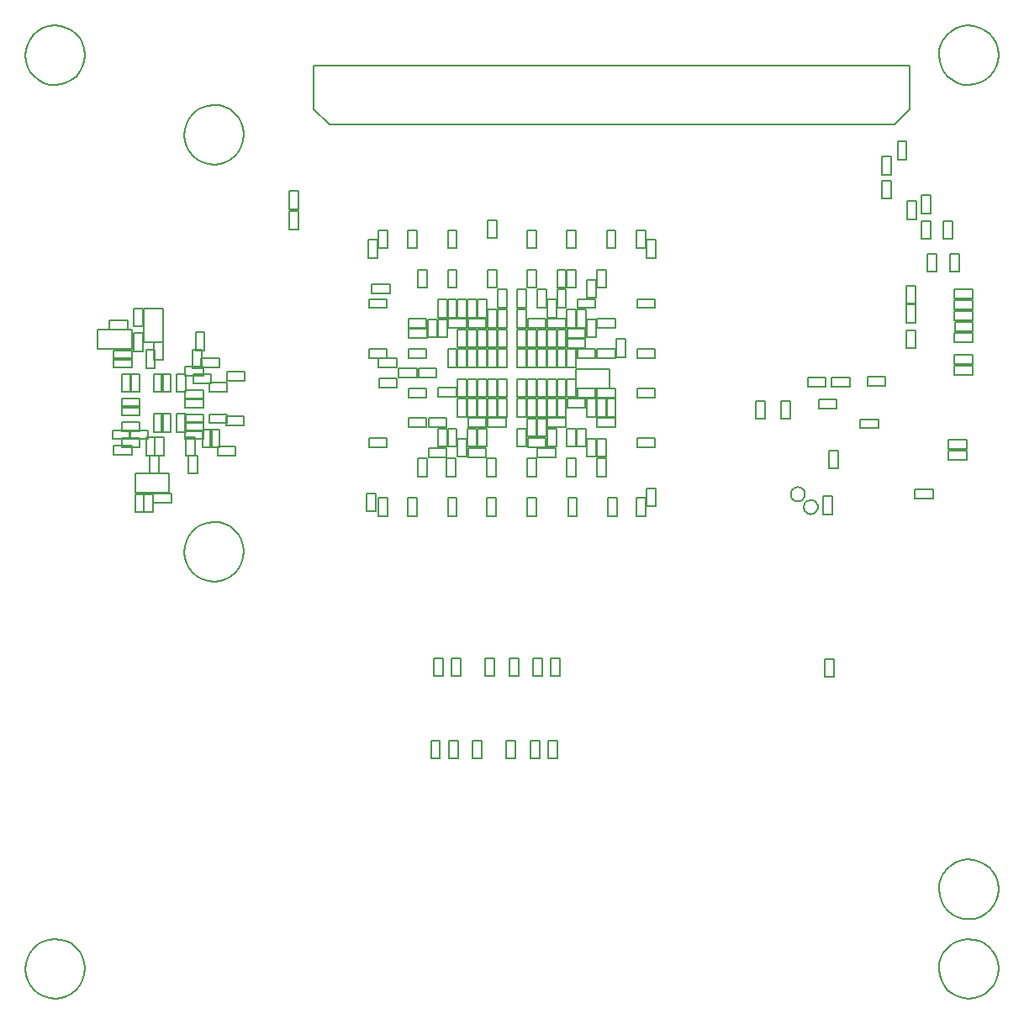
<source format=gbo>
G04 (created by PCBNEW-RS274X (2012-apr-16-27)-stable) date Mon 13 Jan 2014 03:13:16 PM PST*
G01*
G70*
G90*
%MOIN*%
G04 Gerber Fmt 3.4, Leading zero omitted, Abs format*
%FSLAX34Y34*%
G04 APERTURE LIST*
%ADD10C,0.006500*%
%ADD11C,0.008000*%
G04 APERTURE END LIST*
G54D10*
G54D11*
X40551Y-22047D02*
X40528Y-22276D01*
X40461Y-22497D01*
X40353Y-22700D01*
X40208Y-22879D01*
X40030Y-23026D01*
X39827Y-23135D01*
X39607Y-23203D01*
X39378Y-23227D01*
X39149Y-23207D01*
X38928Y-23142D01*
X38724Y-23035D01*
X38544Y-22890D01*
X38396Y-22714D01*
X38285Y-22512D01*
X38215Y-22292D01*
X38190Y-22063D01*
X38209Y-21834D01*
X38272Y-21613D01*
X38378Y-21408D01*
X38521Y-21227D01*
X38696Y-21078D01*
X38898Y-20965D01*
X39117Y-20894D01*
X39346Y-20867D01*
X39575Y-20884D01*
X39797Y-20946D01*
X40002Y-21050D01*
X40184Y-21192D01*
X40335Y-21367D01*
X40448Y-21567D01*
X40521Y-21786D01*
X40550Y-22015D01*
X40551Y-22047D01*
X34252Y-18898D02*
X34229Y-19127D01*
X34162Y-19348D01*
X34054Y-19551D01*
X33909Y-19730D01*
X33731Y-19877D01*
X33528Y-19986D01*
X33308Y-20054D01*
X33079Y-20078D01*
X32850Y-20058D01*
X32629Y-19993D01*
X32425Y-19886D01*
X32245Y-19741D01*
X32097Y-19565D01*
X31986Y-19363D01*
X31916Y-19143D01*
X31891Y-18914D01*
X31910Y-18685D01*
X31973Y-18464D01*
X32079Y-18259D01*
X32222Y-18078D01*
X32397Y-17929D01*
X32599Y-17816D01*
X32818Y-17745D01*
X33047Y-17718D01*
X33276Y-17735D01*
X33498Y-17797D01*
X33703Y-17901D01*
X33885Y-18043D01*
X34036Y-18218D01*
X34149Y-18418D01*
X34222Y-18637D01*
X34251Y-18866D01*
X34252Y-18898D01*
X70472Y-18898D02*
X70449Y-19127D01*
X70382Y-19348D01*
X70274Y-19551D01*
X70129Y-19730D01*
X69951Y-19877D01*
X69748Y-19986D01*
X69528Y-20054D01*
X69299Y-20078D01*
X69070Y-20058D01*
X68849Y-19993D01*
X68645Y-19886D01*
X68465Y-19741D01*
X68317Y-19565D01*
X68206Y-19363D01*
X68136Y-19143D01*
X68111Y-18914D01*
X68130Y-18685D01*
X68193Y-18464D01*
X68299Y-18259D01*
X68442Y-18078D01*
X68617Y-17929D01*
X68819Y-17816D01*
X69038Y-17745D01*
X69267Y-17718D01*
X69496Y-17735D01*
X69718Y-17797D01*
X69923Y-17901D01*
X70105Y-18043D01*
X70256Y-18218D01*
X70369Y-18418D01*
X70442Y-18637D01*
X70471Y-18866D01*
X70472Y-18898D01*
X40551Y-38583D02*
X40528Y-38812D01*
X40461Y-39033D01*
X40353Y-39236D01*
X40208Y-39415D01*
X40030Y-39562D01*
X39827Y-39671D01*
X39607Y-39739D01*
X39378Y-39763D01*
X39149Y-39743D01*
X38928Y-39678D01*
X38724Y-39571D01*
X38544Y-39426D01*
X38396Y-39250D01*
X38285Y-39048D01*
X38215Y-38828D01*
X38190Y-38599D01*
X38209Y-38370D01*
X38272Y-38149D01*
X38378Y-37944D01*
X38521Y-37763D01*
X38696Y-37614D01*
X38898Y-37501D01*
X39117Y-37430D01*
X39346Y-37403D01*
X39575Y-37420D01*
X39797Y-37482D01*
X40002Y-37586D01*
X40184Y-37728D01*
X40335Y-37903D01*
X40448Y-38103D01*
X40521Y-38322D01*
X40550Y-38551D01*
X40551Y-38583D01*
X34252Y-55118D02*
X34229Y-55347D01*
X34162Y-55568D01*
X34054Y-55771D01*
X33909Y-55950D01*
X33731Y-56097D01*
X33528Y-56206D01*
X33308Y-56274D01*
X33079Y-56298D01*
X32850Y-56278D01*
X32629Y-56213D01*
X32425Y-56106D01*
X32245Y-55961D01*
X32097Y-55785D01*
X31986Y-55583D01*
X31916Y-55363D01*
X31891Y-55134D01*
X31910Y-54905D01*
X31973Y-54684D01*
X32079Y-54479D01*
X32222Y-54298D01*
X32397Y-54149D01*
X32599Y-54036D01*
X32818Y-53965D01*
X33047Y-53938D01*
X33276Y-53955D01*
X33498Y-54017D01*
X33703Y-54121D01*
X33885Y-54263D01*
X34036Y-54438D01*
X34149Y-54638D01*
X34222Y-54857D01*
X34251Y-55086D01*
X34252Y-55118D01*
X70472Y-51968D02*
X70449Y-52197D01*
X70382Y-52418D01*
X70274Y-52621D01*
X70129Y-52800D01*
X69951Y-52947D01*
X69748Y-53056D01*
X69528Y-53124D01*
X69299Y-53148D01*
X69070Y-53128D01*
X68849Y-53063D01*
X68645Y-52956D01*
X68465Y-52811D01*
X68317Y-52635D01*
X68206Y-52433D01*
X68136Y-52213D01*
X68111Y-51984D01*
X68130Y-51755D01*
X68193Y-51534D01*
X68299Y-51329D01*
X68442Y-51148D01*
X68617Y-50999D01*
X68819Y-50886D01*
X69038Y-50815D01*
X69267Y-50788D01*
X69496Y-50805D01*
X69718Y-50867D01*
X69923Y-50971D01*
X70105Y-51113D01*
X70256Y-51288D01*
X70369Y-51488D01*
X70442Y-51707D01*
X70471Y-51936D01*
X70472Y-51968D01*
X70472Y-55118D02*
X70449Y-55347D01*
X70382Y-55568D01*
X70274Y-55771D01*
X70129Y-55950D01*
X69951Y-56097D01*
X69748Y-56206D01*
X69528Y-56274D01*
X69299Y-56298D01*
X69070Y-56278D01*
X68849Y-56213D01*
X68645Y-56106D01*
X68465Y-55961D01*
X68317Y-55785D01*
X68206Y-55583D01*
X68136Y-55363D01*
X68111Y-55134D01*
X68130Y-54905D01*
X68193Y-54684D01*
X68299Y-54479D01*
X68442Y-54298D01*
X68617Y-54149D01*
X68819Y-54036D01*
X69038Y-53965D01*
X69267Y-53938D01*
X69496Y-53955D01*
X69718Y-54017D01*
X69923Y-54121D01*
X70105Y-54263D01*
X70256Y-54438D01*
X70369Y-54638D01*
X70442Y-54857D01*
X70471Y-55086D01*
X70472Y-55118D01*
X36591Y-37013D02*
X36953Y-37013D01*
X36953Y-37013D02*
X36953Y-36293D01*
X36953Y-36293D02*
X36591Y-36293D01*
X36591Y-36293D02*
X36591Y-37013D01*
X36598Y-36293D02*
X36236Y-36293D01*
X36236Y-36293D02*
X36236Y-37013D01*
X36236Y-37013D02*
X36598Y-37013D01*
X36598Y-37013D02*
X36598Y-36293D01*
X36106Y-31283D02*
X36106Y-30921D01*
X36106Y-30921D02*
X35390Y-30921D01*
X35390Y-30921D02*
X35390Y-31283D01*
X35390Y-31283D02*
X36106Y-31283D01*
X53701Y-32116D02*
X55039Y-32116D01*
X55039Y-32116D02*
X55039Y-31348D01*
X55039Y-31348D02*
X53701Y-31348D01*
X53701Y-31348D02*
X53701Y-32116D01*
X36102Y-29773D02*
X34764Y-29773D01*
X34764Y-29773D02*
X34764Y-30541D01*
X34764Y-30541D02*
X36102Y-30541D01*
X36102Y-30541D02*
X36102Y-29773D01*
X37598Y-35482D02*
X36260Y-35482D01*
X36260Y-35482D02*
X36260Y-36250D01*
X36260Y-36250D02*
X37598Y-36250D01*
X37598Y-36250D02*
X37598Y-35482D01*
X36584Y-28937D02*
X36584Y-30275D01*
X36584Y-30275D02*
X37352Y-30275D01*
X37352Y-30275D02*
X37352Y-28937D01*
X37352Y-28937D02*
X36584Y-28937D01*
X61866Y-33311D02*
X62228Y-33311D01*
X62228Y-33311D02*
X62228Y-32595D01*
X62228Y-32595D02*
X61866Y-32595D01*
X61866Y-32595D02*
X61866Y-33311D01*
X60842Y-33311D02*
X61204Y-33311D01*
X61204Y-33311D02*
X61204Y-32595D01*
X61204Y-32595D02*
X60842Y-32595D01*
X60842Y-32595D02*
X60842Y-33311D01*
X68736Y-29465D02*
X68736Y-29827D01*
X68736Y-29827D02*
X69452Y-29827D01*
X69452Y-29827D02*
X69452Y-29465D01*
X69452Y-29465D02*
X68736Y-29465D01*
X42701Y-24286D02*
X42339Y-24286D01*
X42339Y-24286D02*
X42339Y-25006D01*
X42339Y-25006D02*
X42701Y-25006D01*
X42701Y-25006D02*
X42701Y-24286D01*
X42339Y-25793D02*
X42701Y-25793D01*
X42701Y-25793D02*
X42701Y-25073D01*
X42701Y-25073D02*
X42339Y-25073D01*
X42339Y-25073D02*
X42339Y-25793D01*
X65990Y-31992D02*
X65990Y-31630D01*
X65990Y-31630D02*
X65270Y-31630D01*
X65270Y-31630D02*
X65270Y-31992D01*
X65270Y-31992D02*
X65990Y-31992D01*
X69454Y-31126D02*
X69454Y-30764D01*
X69454Y-30764D02*
X68734Y-30764D01*
X68734Y-30764D02*
X68734Y-31126D01*
X68734Y-31126D02*
X69454Y-31126D01*
X69454Y-29394D02*
X69454Y-29032D01*
X69454Y-29032D02*
X68734Y-29032D01*
X68734Y-29032D02*
X68734Y-29394D01*
X68734Y-29394D02*
X69454Y-29394D01*
X69454Y-28960D02*
X69454Y-28598D01*
X69454Y-28598D02*
X68734Y-28598D01*
X68734Y-28598D02*
X68734Y-28960D01*
X68734Y-28960D02*
X69454Y-28960D01*
X69454Y-31559D02*
X69454Y-31197D01*
X69454Y-31197D02*
X68734Y-31197D01*
X68734Y-31197D02*
X68734Y-31559D01*
X68734Y-31559D02*
X69454Y-31559D01*
X69454Y-28527D02*
X69454Y-28165D01*
X69454Y-28165D02*
X68734Y-28165D01*
X68734Y-28165D02*
X68734Y-28527D01*
X68734Y-28527D02*
X69454Y-28527D01*
X68734Y-29898D02*
X68734Y-30260D01*
X68734Y-30260D02*
X69454Y-30260D01*
X69454Y-30260D02*
X69454Y-29898D01*
X69454Y-29898D02*
X68734Y-29898D01*
X69218Y-34945D02*
X69218Y-34583D01*
X69218Y-34583D02*
X68498Y-34583D01*
X68498Y-34583D02*
X68498Y-34945D01*
X68498Y-34945D02*
X69218Y-34945D01*
X67160Y-36118D02*
X67160Y-36480D01*
X67160Y-36480D02*
X67880Y-36480D01*
X67880Y-36480D02*
X67880Y-36118D01*
X67880Y-36118D02*
X67160Y-36118D01*
X69218Y-34512D02*
X69218Y-34150D01*
X69218Y-34150D02*
X68498Y-34150D01*
X68498Y-34150D02*
X68498Y-34512D01*
X68498Y-34512D02*
X69218Y-34512D01*
X54512Y-29366D02*
X54150Y-29366D01*
X54150Y-29366D02*
X54150Y-30082D01*
X54150Y-30082D02*
X54512Y-30082D01*
X54512Y-30082D02*
X54512Y-29366D01*
X50181Y-28579D02*
X49819Y-28579D01*
X49819Y-28579D02*
X49819Y-29295D01*
X49819Y-29295D02*
X50181Y-29295D01*
X50181Y-29295D02*
X50181Y-28579D01*
X52543Y-28185D02*
X52181Y-28185D01*
X52181Y-28185D02*
X52181Y-28901D01*
X52181Y-28901D02*
X52543Y-28901D01*
X52543Y-28901D02*
X52543Y-28185D01*
X63598Y-43547D02*
X63960Y-43547D01*
X63960Y-43547D02*
X63960Y-42831D01*
X63960Y-42831D02*
X63598Y-42831D01*
X63598Y-42831D02*
X63598Y-43547D01*
X54494Y-32464D02*
X54494Y-32102D01*
X54494Y-32102D02*
X53774Y-32102D01*
X53774Y-32102D02*
X53774Y-32464D01*
X53774Y-32464D02*
X54494Y-32464D01*
X54150Y-33234D02*
X54512Y-33234D01*
X54512Y-33234D02*
X54512Y-32514D01*
X54512Y-32514D02*
X54150Y-32514D01*
X54150Y-32514D02*
X54150Y-33234D01*
X52732Y-43508D02*
X53094Y-43508D01*
X53094Y-43508D02*
X53094Y-42792D01*
X53094Y-42792D02*
X52732Y-42792D01*
X52732Y-42792D02*
X52732Y-43508D01*
X52614Y-46775D02*
X52976Y-46775D01*
X52976Y-46775D02*
X52976Y-46059D01*
X52976Y-46059D02*
X52614Y-46059D01*
X52614Y-46059D02*
X52614Y-46775D01*
X51906Y-46775D02*
X52268Y-46775D01*
X52268Y-46775D02*
X52268Y-46059D01*
X52268Y-46059D02*
X51906Y-46059D01*
X51906Y-46059D02*
X51906Y-46775D01*
X51079Y-43508D02*
X51441Y-43508D01*
X51441Y-43508D02*
X51441Y-42792D01*
X51441Y-42792D02*
X51079Y-42792D01*
X51079Y-42792D02*
X51079Y-43508D01*
X50961Y-46775D02*
X51323Y-46775D01*
X51323Y-46775D02*
X51323Y-46059D01*
X51323Y-46059D02*
X50961Y-46059D01*
X50961Y-46059D02*
X50961Y-46775D01*
X50134Y-43508D02*
X50496Y-43508D01*
X50496Y-43508D02*
X50496Y-42792D01*
X50496Y-42792D02*
X50134Y-42792D01*
X50134Y-42792D02*
X50134Y-43508D01*
X49622Y-46775D02*
X49984Y-46775D01*
X49984Y-46775D02*
X49984Y-46059D01*
X49984Y-46059D02*
X49622Y-46059D01*
X49622Y-46059D02*
X49622Y-46775D01*
X48795Y-43508D02*
X49157Y-43508D01*
X49157Y-43508D02*
X49157Y-42792D01*
X49157Y-42792D02*
X48795Y-42792D01*
X48795Y-42792D02*
X48795Y-43508D01*
X48677Y-46775D02*
X49039Y-46775D01*
X49039Y-46775D02*
X49039Y-46059D01*
X49039Y-46059D02*
X48677Y-46059D01*
X48677Y-46059D02*
X48677Y-46775D01*
X48087Y-43508D02*
X48449Y-43508D01*
X48449Y-43508D02*
X48449Y-42792D01*
X48449Y-42792D02*
X48087Y-42792D01*
X48087Y-42792D02*
X48087Y-43508D01*
X47969Y-46775D02*
X48331Y-46775D01*
X48331Y-46775D02*
X48331Y-46059D01*
X48331Y-46059D02*
X47969Y-46059D01*
X47969Y-46059D02*
X47969Y-46775D01*
X52024Y-43508D02*
X52386Y-43508D01*
X52386Y-43508D02*
X52386Y-42792D01*
X52386Y-42792D02*
X52024Y-42792D01*
X52024Y-42792D02*
X52024Y-43508D01*
X47799Y-30890D02*
X47799Y-30528D01*
X47799Y-30528D02*
X47083Y-30528D01*
X47083Y-30528D02*
X47083Y-30890D01*
X47083Y-30890D02*
X47799Y-30890D01*
X46224Y-30890D02*
X46224Y-30528D01*
X46224Y-30528D02*
X45508Y-30528D01*
X45508Y-30528D02*
X45508Y-30890D01*
X45508Y-30890D02*
X46224Y-30890D01*
X48244Y-30082D02*
X48606Y-30082D01*
X48606Y-30082D02*
X48606Y-29366D01*
X48606Y-29366D02*
X48244Y-29366D01*
X48244Y-29366D02*
X48244Y-30082D01*
X47799Y-29708D02*
X47799Y-29346D01*
X47799Y-29346D02*
X47083Y-29346D01*
X47083Y-29346D02*
X47083Y-29708D01*
X47083Y-29708D02*
X47799Y-29708D01*
X46224Y-28921D02*
X46224Y-28559D01*
X46224Y-28559D02*
X45508Y-28559D01*
X45508Y-28559D02*
X45508Y-28921D01*
X45508Y-28921D02*
X46224Y-28921D01*
X45488Y-26933D02*
X45850Y-26933D01*
X45850Y-26933D02*
X45850Y-26217D01*
X45850Y-26217D02*
X45488Y-26217D01*
X45488Y-26217D02*
X45488Y-26933D01*
X47868Y-34465D02*
X47868Y-34827D01*
X47868Y-34827D02*
X48588Y-34827D01*
X48588Y-34827D02*
X48588Y-34465D01*
X48588Y-34465D02*
X47868Y-34465D01*
X46344Y-28331D02*
X46344Y-27969D01*
X46344Y-27969D02*
X45624Y-27969D01*
X45624Y-27969D02*
X45624Y-28331D01*
X45624Y-28331D02*
X46344Y-28331D01*
X46687Y-31315D02*
X46687Y-31677D01*
X46687Y-31677D02*
X47407Y-31677D01*
X47407Y-31677D02*
X47407Y-31315D01*
X47407Y-31315D02*
X46687Y-31315D01*
X47801Y-30102D02*
X47801Y-29740D01*
X47801Y-29740D02*
X47081Y-29740D01*
X47081Y-29740D02*
X47081Y-30102D01*
X47081Y-30102D02*
X47801Y-30102D01*
X47850Y-30084D02*
X48212Y-30084D01*
X48212Y-30084D02*
X48212Y-29364D01*
X48212Y-29364D02*
X47850Y-29364D01*
X47850Y-29364D02*
X47850Y-30084D01*
X45900Y-30921D02*
X45900Y-31283D01*
X45900Y-31283D02*
X46620Y-31283D01*
X46620Y-31283D02*
X46620Y-30921D01*
X46620Y-30921D02*
X45900Y-30921D01*
X47475Y-31315D02*
X47475Y-31677D01*
X47475Y-31677D02*
X48195Y-31677D01*
X48195Y-31677D02*
X48195Y-31315D01*
X48195Y-31315D02*
X47475Y-31315D01*
X48982Y-32425D02*
X48982Y-32063D01*
X48982Y-32063D02*
X48262Y-32063D01*
X48262Y-32063D02*
X48262Y-32425D01*
X48262Y-32425D02*
X48982Y-32425D01*
X63520Y-37092D02*
X63882Y-37092D01*
X63882Y-37092D02*
X63882Y-36372D01*
X63882Y-36372D02*
X63520Y-36372D01*
X63520Y-36372D02*
X63520Y-37092D01*
X46224Y-34433D02*
X46224Y-34071D01*
X46224Y-34071D02*
X45508Y-34071D01*
X45508Y-34071D02*
X45508Y-34433D01*
X45508Y-34433D02*
X46224Y-34433D01*
X47799Y-33646D02*
X47799Y-33284D01*
X47799Y-33284D02*
X47083Y-33284D01*
X47083Y-33284D02*
X47083Y-33646D01*
X47083Y-33646D02*
X47799Y-33646D01*
X48586Y-33646D02*
X48586Y-33284D01*
X48586Y-33284D02*
X47870Y-33284D01*
X47870Y-33284D02*
X47870Y-33646D01*
X47870Y-33646D02*
X48586Y-33646D01*
X47799Y-32464D02*
X47799Y-32102D01*
X47799Y-32102D02*
X47083Y-32102D01*
X47083Y-32102D02*
X47083Y-32464D01*
X47083Y-32464D02*
X47799Y-32464D01*
X46618Y-32071D02*
X46618Y-31709D01*
X46618Y-31709D02*
X45902Y-31709D01*
X45902Y-31709D02*
X45902Y-32071D01*
X45902Y-32071D02*
X46618Y-32071D01*
X45409Y-36972D02*
X45771Y-36972D01*
X45771Y-36972D02*
X45771Y-36256D01*
X45771Y-36256D02*
X45409Y-36256D01*
X45409Y-36256D02*
X45409Y-36972D01*
X50161Y-34827D02*
X50161Y-34465D01*
X50161Y-34465D02*
X49445Y-34465D01*
X49445Y-34465D02*
X49445Y-34827D01*
X49445Y-34827D02*
X50161Y-34827D01*
X50181Y-33697D02*
X49819Y-33697D01*
X49819Y-33697D02*
X49819Y-34413D01*
X49819Y-34413D02*
X50181Y-34413D01*
X50181Y-34413D02*
X50181Y-33697D01*
X52543Y-33303D02*
X52181Y-33303D01*
X52181Y-33303D02*
X52181Y-34019D01*
X52181Y-34019D02*
X52543Y-34019D01*
X52543Y-34019D02*
X52543Y-33303D01*
X55299Y-32516D02*
X54937Y-32516D01*
X54937Y-32516D02*
X54937Y-33232D01*
X54937Y-33232D02*
X55299Y-33232D01*
X55299Y-33232D02*
X55299Y-32516D01*
X54543Y-33232D02*
X54905Y-33232D01*
X54905Y-33232D02*
X54905Y-32516D01*
X54905Y-32516D02*
X54543Y-32516D01*
X54543Y-32516D02*
X54543Y-33232D01*
X51394Y-34413D02*
X51756Y-34413D01*
X51756Y-34413D02*
X51756Y-33697D01*
X51756Y-33697D02*
X51394Y-33697D01*
X51394Y-33697D02*
X51394Y-34413D01*
X52543Y-31729D02*
X52181Y-31729D01*
X52181Y-31729D02*
X52181Y-32445D01*
X52181Y-32445D02*
X52543Y-32445D01*
X52543Y-32445D02*
X52543Y-31729D01*
X53331Y-31729D02*
X52969Y-31729D01*
X52969Y-31729D02*
X52969Y-32445D01*
X52969Y-32445D02*
X53331Y-32445D01*
X53331Y-32445D02*
X53331Y-31729D01*
X49031Y-33232D02*
X49393Y-33232D01*
X49393Y-33232D02*
X49393Y-32516D01*
X49393Y-32516D02*
X49031Y-32516D01*
X49031Y-32516D02*
X49031Y-33232D01*
X49819Y-33232D02*
X50181Y-33232D01*
X50181Y-33232D02*
X50181Y-32516D01*
X50181Y-32516D02*
X49819Y-32516D01*
X49819Y-32516D02*
X49819Y-33232D01*
X50606Y-33232D02*
X50968Y-33232D01*
X50968Y-33232D02*
X50968Y-32516D01*
X50968Y-32516D02*
X50606Y-32516D01*
X50606Y-32516D02*
X50606Y-33232D01*
X51787Y-33232D02*
X52149Y-33232D01*
X52149Y-33232D02*
X52149Y-32516D01*
X52149Y-32516D02*
X51787Y-32516D01*
X51787Y-32516D02*
X51787Y-33232D01*
X52575Y-33232D02*
X52937Y-33232D01*
X52937Y-33232D02*
X52937Y-32516D01*
X52937Y-32516D02*
X52575Y-32516D01*
X52575Y-32516D02*
X52575Y-33232D01*
X49787Y-32516D02*
X49425Y-32516D01*
X49425Y-32516D02*
X49425Y-33232D01*
X49425Y-33232D02*
X49787Y-33232D01*
X49787Y-33232D02*
X49787Y-32516D01*
X52543Y-32516D02*
X52181Y-32516D01*
X52181Y-32516D02*
X52181Y-33232D01*
X52181Y-33232D02*
X52543Y-33232D01*
X52543Y-33232D02*
X52543Y-32516D01*
X53331Y-32516D02*
X52969Y-32516D01*
X52969Y-32516D02*
X52969Y-33232D01*
X52969Y-33232D02*
X53331Y-33232D01*
X53331Y-33232D02*
X53331Y-32516D01*
X50575Y-32516D02*
X50213Y-32516D01*
X50213Y-32516D02*
X50213Y-33232D01*
X50213Y-33232D02*
X50575Y-33232D01*
X50575Y-33232D02*
X50575Y-32516D01*
X49445Y-33284D02*
X49445Y-33646D01*
X49445Y-33646D02*
X50161Y-33646D01*
X50161Y-33646D02*
X50161Y-33284D01*
X50161Y-33284D02*
X49445Y-33284D01*
X50232Y-33284D02*
X50232Y-33646D01*
X50232Y-33646D02*
X50948Y-33646D01*
X50948Y-33646D02*
X50948Y-33284D01*
X50948Y-33284D02*
X50232Y-33284D01*
X53311Y-33646D02*
X53311Y-33284D01*
X53311Y-33284D02*
X52595Y-33284D01*
X52595Y-33284D02*
X52595Y-33646D01*
X52595Y-33646D02*
X53311Y-33646D01*
X48244Y-34413D02*
X48606Y-34413D01*
X48606Y-34413D02*
X48606Y-33697D01*
X48606Y-33697D02*
X48244Y-33697D01*
X48244Y-33697D02*
X48244Y-34413D01*
X53756Y-29689D02*
X54118Y-29689D01*
X54118Y-29689D02*
X54118Y-28973D01*
X54118Y-28973D02*
X53756Y-28973D01*
X53756Y-28973D02*
X53756Y-29689D01*
X48606Y-28579D02*
X48244Y-28579D01*
X48244Y-28579D02*
X48244Y-29295D01*
X48244Y-29295D02*
X48606Y-29295D01*
X48606Y-29295D02*
X48606Y-28579D01*
X53756Y-34413D02*
X54118Y-34413D01*
X54118Y-34413D02*
X54118Y-33697D01*
X54118Y-33697D02*
X53756Y-33697D01*
X53756Y-33697D02*
X53756Y-34413D01*
X48638Y-34413D02*
X49000Y-34413D01*
X49000Y-34413D02*
X49000Y-33697D01*
X49000Y-33697D02*
X48638Y-33697D01*
X48638Y-33697D02*
X48638Y-34413D01*
X53362Y-29689D02*
X53724Y-29689D01*
X53724Y-29689D02*
X53724Y-28973D01*
X53724Y-28973D02*
X53362Y-28973D01*
X53362Y-28973D02*
X53362Y-29689D01*
X49000Y-28579D02*
X48638Y-28579D01*
X48638Y-28579D02*
X48638Y-29295D01*
X48638Y-29295D02*
X49000Y-29295D01*
X49000Y-29295D02*
X49000Y-28579D01*
X53362Y-34413D02*
X53724Y-34413D01*
X53724Y-34413D02*
X53724Y-33697D01*
X53724Y-33697D02*
X53362Y-33697D01*
X53362Y-33697D02*
X53362Y-34413D01*
X51756Y-32516D02*
X51394Y-32516D01*
X51394Y-32516D02*
X51394Y-33232D01*
X51394Y-33232D02*
X51756Y-33232D01*
X51756Y-33232D02*
X51756Y-32516D01*
X54563Y-29346D02*
X54563Y-29708D01*
X54563Y-29708D02*
X55279Y-29708D01*
X55279Y-29708D02*
X55279Y-29346D01*
X55279Y-29346D02*
X54563Y-29346D01*
X56138Y-28559D02*
X56138Y-28921D01*
X56138Y-28921D02*
X56854Y-28921D01*
X56854Y-28921D02*
X56854Y-28559D01*
X56854Y-28559D02*
X56138Y-28559D01*
X56512Y-26933D02*
X56874Y-26933D01*
X56874Y-26933D02*
X56874Y-26217D01*
X56874Y-26217D02*
X56512Y-26217D01*
X56512Y-26217D02*
X56512Y-26933D01*
X53382Y-29740D02*
X53382Y-30102D01*
X53382Y-30102D02*
X54098Y-30102D01*
X54098Y-30102D02*
X54098Y-29740D01*
X54098Y-29740D02*
X53382Y-29740D01*
X54563Y-30528D02*
X54563Y-30890D01*
X54563Y-30890D02*
X55279Y-30890D01*
X55279Y-30890D02*
X55279Y-30528D01*
X55279Y-30528D02*
X54563Y-30528D01*
X56138Y-30528D02*
X56138Y-30890D01*
X56138Y-30890D02*
X56854Y-30890D01*
X56854Y-30890D02*
X56854Y-30528D01*
X56854Y-30528D02*
X56138Y-30528D01*
X51756Y-31729D02*
X51394Y-31729D01*
X51394Y-31729D02*
X51394Y-32445D01*
X51394Y-32445D02*
X51756Y-32445D01*
X51756Y-32445D02*
X51756Y-31729D01*
X50575Y-31729D02*
X50213Y-31729D01*
X50213Y-31729D02*
X50213Y-32445D01*
X50213Y-32445D02*
X50575Y-32445D01*
X50575Y-32445D02*
X50575Y-31729D01*
X49787Y-31729D02*
X49425Y-31729D01*
X49425Y-31729D02*
X49425Y-32445D01*
X49425Y-32445D02*
X49787Y-32445D01*
X49787Y-32445D02*
X49787Y-31729D01*
X53362Y-32445D02*
X53724Y-32445D01*
X53724Y-32445D02*
X53724Y-31729D01*
X53724Y-31729D02*
X53362Y-31729D01*
X53362Y-31729D02*
X53362Y-32445D01*
X52575Y-32445D02*
X52937Y-32445D01*
X52937Y-32445D02*
X52937Y-31729D01*
X52937Y-31729D02*
X52575Y-31729D01*
X52575Y-31729D02*
X52575Y-32445D01*
X51787Y-32445D02*
X52149Y-32445D01*
X52149Y-32445D02*
X52149Y-31729D01*
X52149Y-31729D02*
X51787Y-31729D01*
X51787Y-31729D02*
X51787Y-32445D01*
X50606Y-32445D02*
X50968Y-32445D01*
X50968Y-32445D02*
X50968Y-31729D01*
X50968Y-31729D02*
X50606Y-31729D01*
X50606Y-31729D02*
X50606Y-32445D01*
X49819Y-32445D02*
X50181Y-32445D01*
X50181Y-32445D02*
X50181Y-31729D01*
X50181Y-31729D02*
X49819Y-31729D01*
X49819Y-31729D02*
X49819Y-32445D01*
X66834Y-22319D02*
X66472Y-22319D01*
X66472Y-22319D02*
X66472Y-23035D01*
X66472Y-23035D02*
X66834Y-23035D01*
X66834Y-23035D02*
X66834Y-22319D01*
X66866Y-25397D02*
X67228Y-25397D01*
X67228Y-25397D02*
X67228Y-24681D01*
X67228Y-24681D02*
X66866Y-24681D01*
X66866Y-24681D02*
X66866Y-25397D01*
X65843Y-24571D02*
X66205Y-24571D01*
X66205Y-24571D02*
X66205Y-23855D01*
X66205Y-23855D02*
X65843Y-23855D01*
X65843Y-23855D02*
X65843Y-24571D01*
X66205Y-22910D02*
X65843Y-22910D01*
X65843Y-22910D02*
X65843Y-23626D01*
X65843Y-23626D02*
X66205Y-23626D01*
X66205Y-23626D02*
X66205Y-22910D01*
X67417Y-25161D02*
X67779Y-25161D01*
X67779Y-25161D02*
X67779Y-24445D01*
X67779Y-24445D02*
X67417Y-24445D01*
X67417Y-24445D02*
X67417Y-25161D01*
X67417Y-26187D02*
X67779Y-26187D01*
X67779Y-26187D02*
X67779Y-25467D01*
X67779Y-25467D02*
X67417Y-25467D01*
X67417Y-25467D02*
X67417Y-26187D01*
X68283Y-26187D02*
X68645Y-26187D01*
X68645Y-26187D02*
X68645Y-25467D01*
X68645Y-25467D02*
X68283Y-25467D01*
X68283Y-25467D02*
X68283Y-26187D01*
X66950Y-19297D02*
X43326Y-19297D01*
X43326Y-19297D02*
X43326Y-21033D01*
X43326Y-21033D02*
X43940Y-21647D01*
X43940Y-21647D02*
X66336Y-21647D01*
X66336Y-21647D02*
X66950Y-21033D01*
X66950Y-21033D02*
X66950Y-19297D01*
X49787Y-33697D02*
X49425Y-33697D01*
X49425Y-33697D02*
X49425Y-34413D01*
X49425Y-34413D02*
X49787Y-34413D01*
X49787Y-34413D02*
X49787Y-33697D01*
X47819Y-34878D02*
X47457Y-34878D01*
X47457Y-34878D02*
X47457Y-35594D01*
X47457Y-35594D02*
X47819Y-35594D01*
X47819Y-35594D02*
X47819Y-34878D01*
X48960Y-34878D02*
X48598Y-34878D01*
X48598Y-34878D02*
X48598Y-35594D01*
X48598Y-35594D02*
X48960Y-35594D01*
X48960Y-35594D02*
X48960Y-34878D01*
X50535Y-34878D02*
X50173Y-34878D01*
X50173Y-34878D02*
X50173Y-35594D01*
X50173Y-35594D02*
X50535Y-35594D01*
X50535Y-35594D02*
X50535Y-34878D01*
X46244Y-36453D02*
X45882Y-36453D01*
X45882Y-36453D02*
X45882Y-37169D01*
X45882Y-37169D02*
X46244Y-37169D01*
X46244Y-37169D02*
X46244Y-36453D01*
X47425Y-36453D02*
X47063Y-36453D01*
X47063Y-36453D02*
X47063Y-37169D01*
X47063Y-37169D02*
X47425Y-37169D01*
X47425Y-37169D02*
X47425Y-36453D01*
X49000Y-36453D02*
X48638Y-36453D01*
X48638Y-36453D02*
X48638Y-37169D01*
X48638Y-37169D02*
X49000Y-37169D01*
X49000Y-37169D02*
X49000Y-36453D01*
X50535Y-36453D02*
X50173Y-36453D01*
X50173Y-36453D02*
X50173Y-37169D01*
X50173Y-37169D02*
X50535Y-37169D01*
X50535Y-37169D02*
X50535Y-36453D01*
X49393Y-34091D02*
X49031Y-34091D01*
X49031Y-34091D02*
X49031Y-34807D01*
X49031Y-34807D02*
X49393Y-34807D01*
X49393Y-34807D02*
X49393Y-34091D01*
X52937Y-33697D02*
X52575Y-33697D01*
X52575Y-33697D02*
X52575Y-34413D01*
X52575Y-34413D02*
X52937Y-34413D01*
X52937Y-34413D02*
X52937Y-33697D01*
X52149Y-34878D02*
X51787Y-34878D01*
X51787Y-34878D02*
X51787Y-35594D01*
X51787Y-35594D02*
X52149Y-35594D01*
X52149Y-35594D02*
X52149Y-34878D01*
X53724Y-34878D02*
X53362Y-34878D01*
X53362Y-34878D02*
X53362Y-35594D01*
X53362Y-35594D02*
X53724Y-35594D01*
X53724Y-35594D02*
X53724Y-34878D01*
X54905Y-34878D02*
X54543Y-34878D01*
X54543Y-34878D02*
X54543Y-35594D01*
X54543Y-35594D02*
X54905Y-35594D01*
X54905Y-35594D02*
X54905Y-34878D01*
X52149Y-36453D02*
X51787Y-36453D01*
X51787Y-36453D02*
X51787Y-37169D01*
X51787Y-37169D02*
X52149Y-37169D01*
X52149Y-37169D02*
X52149Y-36453D01*
X53764Y-36453D02*
X53402Y-36453D01*
X53402Y-36453D02*
X53402Y-37169D01*
X53402Y-37169D02*
X53764Y-37169D01*
X53764Y-37169D02*
X53764Y-36453D01*
X55338Y-36453D02*
X54976Y-36453D01*
X54976Y-36453D02*
X54976Y-37169D01*
X54976Y-37169D02*
X55338Y-37169D01*
X55338Y-37169D02*
X55338Y-36453D01*
X56480Y-36453D02*
X56118Y-36453D01*
X56118Y-36453D02*
X56118Y-37169D01*
X56118Y-37169D02*
X56480Y-37169D01*
X56480Y-37169D02*
X56480Y-36453D01*
X52149Y-33303D02*
X51787Y-33303D01*
X51787Y-33303D02*
X51787Y-34019D01*
X51787Y-34019D02*
X52149Y-34019D01*
X52149Y-34019D02*
X52149Y-33303D01*
X56138Y-34071D02*
X56138Y-34433D01*
X56138Y-34433D02*
X56854Y-34433D01*
X56854Y-34433D02*
X56854Y-34071D01*
X56854Y-34071D02*
X56138Y-34071D01*
X56874Y-36059D02*
X56512Y-36059D01*
X56512Y-36059D02*
X56512Y-36775D01*
X56512Y-36775D02*
X56874Y-36775D01*
X56874Y-36775D02*
X56874Y-36059D01*
X54563Y-32102D02*
X54563Y-32464D01*
X54563Y-32464D02*
X55279Y-32464D01*
X55279Y-32464D02*
X55279Y-32102D01*
X55279Y-32102D02*
X54563Y-32102D01*
X56138Y-32102D02*
X56138Y-32464D01*
X56138Y-32464D02*
X56854Y-32464D01*
X56854Y-32464D02*
X56854Y-32102D01*
X56854Y-32102D02*
X56138Y-32102D01*
X53382Y-32496D02*
X53382Y-32858D01*
X53382Y-32858D02*
X54098Y-32858D01*
X54098Y-32858D02*
X54098Y-32496D01*
X54098Y-32496D02*
X53382Y-32496D01*
X54563Y-33284D02*
X54563Y-33646D01*
X54563Y-33646D02*
X55279Y-33646D01*
X55279Y-33646D02*
X55279Y-33284D01*
X55279Y-33284D02*
X54563Y-33284D01*
X49374Y-29708D02*
X49374Y-29346D01*
X49374Y-29346D02*
X48658Y-29346D01*
X48658Y-29346D02*
X48658Y-29708D01*
X48658Y-29708D02*
X49374Y-29708D01*
X50161Y-29708D02*
X50161Y-29346D01*
X50161Y-29346D02*
X49445Y-29346D01*
X49445Y-29346D02*
X49445Y-29708D01*
X49445Y-29708D02*
X50161Y-29708D01*
X51787Y-30476D02*
X52149Y-30476D01*
X52149Y-30476D02*
X52149Y-29760D01*
X52149Y-29760D02*
X51787Y-29760D01*
X51787Y-29760D02*
X51787Y-30476D01*
X51807Y-29346D02*
X51807Y-29708D01*
X51807Y-29708D02*
X52523Y-29708D01*
X52523Y-29708D02*
X52523Y-29346D01*
X52523Y-29346D02*
X51807Y-29346D01*
X52595Y-29346D02*
X52595Y-29708D01*
X52595Y-29708D02*
X53311Y-29708D01*
X53311Y-29708D02*
X53311Y-29346D01*
X53311Y-29346D02*
X52595Y-29346D01*
X49031Y-30476D02*
X49393Y-30476D01*
X49393Y-30476D02*
X49393Y-29760D01*
X49393Y-29760D02*
X49031Y-29760D01*
X49031Y-29760D02*
X49031Y-30476D01*
X49819Y-30476D02*
X50181Y-30476D01*
X50181Y-30476D02*
X50181Y-29760D01*
X50181Y-29760D02*
X49819Y-29760D01*
X49819Y-29760D02*
X49819Y-30476D01*
X50606Y-30476D02*
X50968Y-30476D01*
X50968Y-30476D02*
X50968Y-29760D01*
X50968Y-29760D02*
X50606Y-29760D01*
X50606Y-29760D02*
X50606Y-30476D01*
X52575Y-30476D02*
X52937Y-30476D01*
X52937Y-30476D02*
X52937Y-29760D01*
X52937Y-29760D02*
X52575Y-29760D01*
X52575Y-29760D02*
X52575Y-30476D01*
X53362Y-31263D02*
X53724Y-31263D01*
X53724Y-31263D02*
X53724Y-30547D01*
X53724Y-30547D02*
X53362Y-30547D01*
X53362Y-30547D02*
X53362Y-31263D01*
X49787Y-29760D02*
X49425Y-29760D01*
X49425Y-29760D02*
X49425Y-30476D01*
X49425Y-30476D02*
X49787Y-30476D01*
X49787Y-30476D02*
X49787Y-29760D01*
X50575Y-29760D02*
X50213Y-29760D01*
X50213Y-29760D02*
X50213Y-30476D01*
X50213Y-30476D02*
X50575Y-30476D01*
X50575Y-30476D02*
X50575Y-29760D01*
X51756Y-29760D02*
X51394Y-29760D01*
X51394Y-29760D02*
X51394Y-30476D01*
X51394Y-30476D02*
X51756Y-30476D01*
X51756Y-30476D02*
X51756Y-29760D01*
X52543Y-29760D02*
X52181Y-29760D01*
X52181Y-29760D02*
X52181Y-30476D01*
X52181Y-30476D02*
X52543Y-30476D01*
X52543Y-30476D02*
X52543Y-29760D01*
X53331Y-29760D02*
X52969Y-29760D01*
X52969Y-29760D02*
X52969Y-30476D01*
X52969Y-30476D02*
X53331Y-30476D01*
X53331Y-30476D02*
X53331Y-29760D01*
X49031Y-31263D02*
X49393Y-31263D01*
X49393Y-31263D02*
X49393Y-30547D01*
X49393Y-30547D02*
X49031Y-30547D01*
X49031Y-30547D02*
X49031Y-31263D01*
X49819Y-31263D02*
X50181Y-31263D01*
X50181Y-31263D02*
X50181Y-30547D01*
X50181Y-30547D02*
X49819Y-30547D01*
X49819Y-30547D02*
X49819Y-31263D01*
X50606Y-31263D02*
X50968Y-31263D01*
X50968Y-31263D02*
X50968Y-30547D01*
X50968Y-30547D02*
X50606Y-30547D01*
X50606Y-30547D02*
X50606Y-31263D01*
X51787Y-31263D02*
X52149Y-31263D01*
X52149Y-31263D02*
X52149Y-30547D01*
X52149Y-30547D02*
X51787Y-30547D01*
X51787Y-30547D02*
X51787Y-31263D01*
X52575Y-31263D02*
X52937Y-31263D01*
X52937Y-31263D02*
X52937Y-30547D01*
X52937Y-30547D02*
X52575Y-30547D01*
X52575Y-30547D02*
X52575Y-31263D01*
X49000Y-30547D02*
X48638Y-30547D01*
X48638Y-30547D02*
X48638Y-31263D01*
X48638Y-31263D02*
X49000Y-31263D01*
X49000Y-31263D02*
X49000Y-30547D01*
X49787Y-30547D02*
X49425Y-30547D01*
X49425Y-30547D02*
X49425Y-31263D01*
X49425Y-31263D02*
X49787Y-31263D01*
X49787Y-31263D02*
X49787Y-30547D01*
X50575Y-30547D02*
X50213Y-30547D01*
X50213Y-30547D02*
X50213Y-31263D01*
X50213Y-31263D02*
X50575Y-31263D01*
X50575Y-31263D02*
X50575Y-30547D01*
X51756Y-30547D02*
X51394Y-30547D01*
X51394Y-30547D02*
X51394Y-31263D01*
X51394Y-31263D02*
X51756Y-31263D01*
X51756Y-31263D02*
X51756Y-30547D01*
X52543Y-30547D02*
X52181Y-30547D01*
X52181Y-30547D02*
X52181Y-31263D01*
X52181Y-31263D02*
X52543Y-31263D01*
X52543Y-31263D02*
X52543Y-30547D01*
X53331Y-30547D02*
X52969Y-30547D01*
X52969Y-30547D02*
X52969Y-31263D01*
X52969Y-31263D02*
X53331Y-31263D01*
X53331Y-31263D02*
X53331Y-30547D01*
X49031Y-32445D02*
X49393Y-32445D01*
X49393Y-32445D02*
X49393Y-31729D01*
X49393Y-31729D02*
X49031Y-31729D01*
X49031Y-31729D02*
X49031Y-32445D01*
X54543Y-34809D02*
X54905Y-34809D01*
X54905Y-34809D02*
X54905Y-34089D01*
X54905Y-34089D02*
X54543Y-34089D01*
X54543Y-34089D02*
X54543Y-34809D01*
X54150Y-34809D02*
X54512Y-34809D01*
X54512Y-34809D02*
X54512Y-34089D01*
X54512Y-34089D02*
X54150Y-34089D01*
X54150Y-34089D02*
X54150Y-34809D01*
X52199Y-34465D02*
X52199Y-34827D01*
X52199Y-34827D02*
X52919Y-34827D01*
X52919Y-34827D02*
X52919Y-34465D01*
X52919Y-34465D02*
X52199Y-34465D01*
X51805Y-34071D02*
X51805Y-34433D01*
X51805Y-34433D02*
X52525Y-34433D01*
X52525Y-34433D02*
X52525Y-34071D01*
X52525Y-34071D02*
X51805Y-34071D01*
X53331Y-27396D02*
X52969Y-27396D01*
X52969Y-27396D02*
X52969Y-28116D01*
X52969Y-28116D02*
X53331Y-28116D01*
X53331Y-28116D02*
X53331Y-27396D01*
X52969Y-28903D02*
X53331Y-28903D01*
X53331Y-28903D02*
X53331Y-28183D01*
X53331Y-28183D02*
X52969Y-28183D01*
X52969Y-28183D02*
X52969Y-28903D01*
X51787Y-26539D02*
X52149Y-26539D01*
X52149Y-26539D02*
X52149Y-25823D01*
X52149Y-25823D02*
X51787Y-25823D01*
X51787Y-25823D02*
X51787Y-26539D01*
X51394Y-29689D02*
X51756Y-29689D01*
X51756Y-29689D02*
X51756Y-28973D01*
X51756Y-28973D02*
X51394Y-28973D01*
X51394Y-28973D02*
X51394Y-29689D01*
X52575Y-29295D02*
X52937Y-29295D01*
X52937Y-29295D02*
X52937Y-28579D01*
X52937Y-28579D02*
X52575Y-28579D01*
X52575Y-28579D02*
X52575Y-29295D01*
X54543Y-28114D02*
X54905Y-28114D01*
X54905Y-28114D02*
X54905Y-27398D01*
X54905Y-27398D02*
X54543Y-27398D01*
X54543Y-27398D02*
X54543Y-28114D01*
X53362Y-28114D02*
X53724Y-28114D01*
X53724Y-28114D02*
X53724Y-27398D01*
X53724Y-27398D02*
X53362Y-27398D01*
X53362Y-27398D02*
X53362Y-28114D01*
X51787Y-28114D02*
X52149Y-28114D01*
X52149Y-28114D02*
X52149Y-27398D01*
X52149Y-27398D02*
X51787Y-27398D01*
X51787Y-27398D02*
X51787Y-28114D01*
X56118Y-26539D02*
X56480Y-26539D01*
X56480Y-26539D02*
X56480Y-25823D01*
X56480Y-25823D02*
X56118Y-25823D01*
X56118Y-25823D02*
X56118Y-26539D01*
X54937Y-26539D02*
X55299Y-26539D01*
X55299Y-26539D02*
X55299Y-25823D01*
X55299Y-25823D02*
X54937Y-25823D01*
X54937Y-25823D02*
X54937Y-26539D01*
X53362Y-26539D02*
X53724Y-26539D01*
X53724Y-26539D02*
X53724Y-25823D01*
X53724Y-25823D02*
X53362Y-25823D01*
X53362Y-25823D02*
X53362Y-26539D01*
X45882Y-26539D02*
X46244Y-26539D01*
X46244Y-26539D02*
X46244Y-25823D01*
X46244Y-25823D02*
X45882Y-25823D01*
X45882Y-25823D02*
X45882Y-26539D01*
X50213Y-29689D02*
X50575Y-29689D01*
X50575Y-29689D02*
X50575Y-28973D01*
X50575Y-28973D02*
X50213Y-28973D01*
X50213Y-28973D02*
X50213Y-29689D01*
X49425Y-29295D02*
X49787Y-29295D01*
X49787Y-29295D02*
X49787Y-28579D01*
X49787Y-28579D02*
X49425Y-28579D01*
X49425Y-28579D02*
X49425Y-29295D01*
X50213Y-28114D02*
X50575Y-28114D01*
X50575Y-28114D02*
X50575Y-27398D01*
X50575Y-27398D02*
X50213Y-27398D01*
X50213Y-27398D02*
X50213Y-28114D01*
X48638Y-28114D02*
X49000Y-28114D01*
X49000Y-28114D02*
X49000Y-27398D01*
X49000Y-27398D02*
X48638Y-27398D01*
X48638Y-27398D02*
X48638Y-28114D01*
X47457Y-28114D02*
X47819Y-28114D01*
X47819Y-28114D02*
X47819Y-27398D01*
X47819Y-27398D02*
X47457Y-27398D01*
X47457Y-27398D02*
X47457Y-28114D01*
X50575Y-25429D02*
X50213Y-25429D01*
X50213Y-25429D02*
X50213Y-26145D01*
X50213Y-26145D02*
X50575Y-26145D01*
X50575Y-26145D02*
X50575Y-25429D01*
X48638Y-26539D02*
X49000Y-26539D01*
X49000Y-26539D02*
X49000Y-25823D01*
X49000Y-25823D02*
X48638Y-25823D01*
X48638Y-25823D02*
X48638Y-26539D01*
X47063Y-26539D02*
X47425Y-26539D01*
X47425Y-26539D02*
X47425Y-25823D01*
X47425Y-25823D02*
X47063Y-25823D01*
X47063Y-25823D02*
X47063Y-26539D01*
X36559Y-29917D02*
X36197Y-29917D01*
X36197Y-29917D02*
X36197Y-30633D01*
X36197Y-30633D02*
X36559Y-30633D01*
X36559Y-30633D02*
X36559Y-29917D01*
X38520Y-31303D02*
X38882Y-31303D01*
X38882Y-31303D02*
X38882Y-30587D01*
X38882Y-30587D02*
X38520Y-30587D01*
X38520Y-30587D02*
X38520Y-31303D01*
X36984Y-30988D02*
X37346Y-30988D01*
X37346Y-30988D02*
X37346Y-30272D01*
X37346Y-30272D02*
X36984Y-30272D01*
X36984Y-30272D02*
X36984Y-30988D01*
X39169Y-33126D02*
X39169Y-33488D01*
X39169Y-33488D02*
X39885Y-33488D01*
X39885Y-33488D02*
X39885Y-33126D01*
X39885Y-33126D02*
X39169Y-33126D01*
X39169Y-31866D02*
X39169Y-32228D01*
X39169Y-32228D02*
X39885Y-32228D01*
X39885Y-32228D02*
X39885Y-31866D01*
X39885Y-31866D02*
X39169Y-31866D01*
X36669Y-34767D02*
X37031Y-34767D01*
X37031Y-34767D02*
X37031Y-34051D01*
X37031Y-34051D02*
X36669Y-34051D01*
X36669Y-34051D02*
X36669Y-34767D01*
X39000Y-29878D02*
X38638Y-29878D01*
X38638Y-29878D02*
X38638Y-30594D01*
X38638Y-30594D02*
X39000Y-30594D01*
X39000Y-30594D02*
X39000Y-29878D01*
X40555Y-33567D02*
X40555Y-33205D01*
X40555Y-33205D02*
X39839Y-33205D01*
X39839Y-33205D02*
X39839Y-33567D01*
X39839Y-33567D02*
X40555Y-33567D01*
X35705Y-33441D02*
X35705Y-33803D01*
X35705Y-33803D02*
X36421Y-33803D01*
X36421Y-33803D02*
X36421Y-33441D01*
X36421Y-33441D02*
X35705Y-33441D01*
X38362Y-35476D02*
X38724Y-35476D01*
X38724Y-35476D02*
X38724Y-34760D01*
X38724Y-34760D02*
X38362Y-34760D01*
X38362Y-34760D02*
X38362Y-35476D01*
X38606Y-34051D02*
X38244Y-34051D01*
X38244Y-34051D02*
X38244Y-34767D01*
X38244Y-34767D02*
X38606Y-34767D01*
X38606Y-34767D02*
X38606Y-34051D01*
X39275Y-33736D02*
X38913Y-33736D01*
X38913Y-33736D02*
X38913Y-34452D01*
X38913Y-34452D02*
X39275Y-34452D01*
X39275Y-34452D02*
X39275Y-33736D01*
X37024Y-34767D02*
X37386Y-34767D01*
X37386Y-34767D02*
X37386Y-34051D01*
X37386Y-34051D02*
X37024Y-34051D01*
X37024Y-34051D02*
X37024Y-34767D01*
X36106Y-30968D02*
X36106Y-30606D01*
X36106Y-30606D02*
X35390Y-30606D01*
X35390Y-30606D02*
X35390Y-30968D01*
X35390Y-30968D02*
X36106Y-30968D01*
X35390Y-34386D02*
X35390Y-34748D01*
X35390Y-34748D02*
X36106Y-34748D01*
X36106Y-34748D02*
X36106Y-34386D01*
X36106Y-34386D02*
X35390Y-34386D01*
X36020Y-33756D02*
X36020Y-34118D01*
X36020Y-34118D02*
X36736Y-34118D01*
X36736Y-34118D02*
X36736Y-33756D01*
X36736Y-33756D02*
X36020Y-33756D01*
X35705Y-34071D02*
X35705Y-34433D01*
X35705Y-34433D02*
X36421Y-34433D01*
X36421Y-34433D02*
X36421Y-34071D01*
X36421Y-34071D02*
X35705Y-34071D01*
X35724Y-32248D02*
X36086Y-32248D01*
X36086Y-32248D02*
X36086Y-31532D01*
X36086Y-31532D02*
X35724Y-31532D01*
X35724Y-31532D02*
X35724Y-32248D01*
X36421Y-32858D02*
X36421Y-32496D01*
X36421Y-32496D02*
X35705Y-32496D01*
X35705Y-32496D02*
X35705Y-32858D01*
X35705Y-32858D02*
X36421Y-32858D01*
X36421Y-33173D02*
X36421Y-32811D01*
X36421Y-32811D02*
X35705Y-32811D01*
X35705Y-32811D02*
X35705Y-33173D01*
X35705Y-33173D02*
X36421Y-33173D01*
X35351Y-33756D02*
X35351Y-34118D01*
X35351Y-34118D02*
X36067Y-34118D01*
X36067Y-34118D02*
X36067Y-33756D01*
X36067Y-33756D02*
X35351Y-33756D01*
X38225Y-33126D02*
X38225Y-33488D01*
X38225Y-33488D02*
X38941Y-33488D01*
X38941Y-33488D02*
X38941Y-33126D01*
X38941Y-33126D02*
X38225Y-33126D01*
X38854Y-30921D02*
X38854Y-31283D01*
X38854Y-31283D02*
X39570Y-31283D01*
X39570Y-31283D02*
X39570Y-30921D01*
X39570Y-30921D02*
X38854Y-30921D01*
X37661Y-33106D02*
X37299Y-33106D01*
X37299Y-33106D02*
X37299Y-33822D01*
X37299Y-33822D02*
X37661Y-33822D01*
X37661Y-33822D02*
X37661Y-33106D01*
X36984Y-32248D02*
X37346Y-32248D01*
X37346Y-32248D02*
X37346Y-31532D01*
X37346Y-31532D02*
X36984Y-31532D01*
X36984Y-31532D02*
X36984Y-32248D01*
X37890Y-32248D02*
X38252Y-32248D01*
X38252Y-32248D02*
X38252Y-31532D01*
X38252Y-31532D02*
X37890Y-31532D01*
X37890Y-31532D02*
X37890Y-32248D01*
X37346Y-33106D02*
X36984Y-33106D01*
X36984Y-33106D02*
X36984Y-33822D01*
X36984Y-33822D02*
X37346Y-33822D01*
X37346Y-33822D02*
X37346Y-33106D01*
X39590Y-33736D02*
X39228Y-33736D01*
X39228Y-33736D02*
X39228Y-34452D01*
X39228Y-34452D02*
X39590Y-34452D01*
X39590Y-34452D02*
X39590Y-33736D01*
X38225Y-32181D02*
X38225Y-32543D01*
X38225Y-32543D02*
X38941Y-32543D01*
X38941Y-32543D02*
X38941Y-32181D01*
X38941Y-32181D02*
X38225Y-32181D01*
X38941Y-31598D02*
X38941Y-31236D01*
X38941Y-31236D02*
X38225Y-31236D01*
X38225Y-31236D02*
X38225Y-31598D01*
X38225Y-31598D02*
X38941Y-31598D01*
X38225Y-32496D02*
X38225Y-32858D01*
X38225Y-32858D02*
X38941Y-32858D01*
X38941Y-32858D02*
X38941Y-32496D01*
X38941Y-32496D02*
X38225Y-32496D01*
X38225Y-33441D02*
X38225Y-33803D01*
X38225Y-33803D02*
X38941Y-33803D01*
X38941Y-33803D02*
X38941Y-33441D01*
X38941Y-33441D02*
X38225Y-33441D01*
X40220Y-34767D02*
X40220Y-34405D01*
X40220Y-34405D02*
X39504Y-34405D01*
X39504Y-34405D02*
X39504Y-34767D01*
X39504Y-34767D02*
X40220Y-34767D01*
X38225Y-33756D02*
X38225Y-34118D01*
X38225Y-34118D02*
X38941Y-34118D01*
X38941Y-34118D02*
X38941Y-33756D01*
X38941Y-33756D02*
X38225Y-33756D01*
X38252Y-33106D02*
X37890Y-33106D01*
X37890Y-33106D02*
X37890Y-33822D01*
X37890Y-33822D02*
X38252Y-33822D01*
X38252Y-33822D02*
X38252Y-33106D01*
X38540Y-31551D02*
X38540Y-31913D01*
X38540Y-31913D02*
X39256Y-31913D01*
X39256Y-31913D02*
X39256Y-31551D01*
X39256Y-31551D02*
X38540Y-31551D01*
X37299Y-32248D02*
X37661Y-32248D01*
X37661Y-32248D02*
X37661Y-31532D01*
X37661Y-31532D02*
X37299Y-31532D01*
X37299Y-31532D02*
X37299Y-32248D01*
X36827Y-35476D02*
X37189Y-35476D01*
X37189Y-35476D02*
X37189Y-34760D01*
X37189Y-34760D02*
X36827Y-34760D01*
X36827Y-34760D02*
X36827Y-35476D01*
X36669Y-31303D02*
X37031Y-31303D01*
X37031Y-31303D02*
X37031Y-30587D01*
X37031Y-30587D02*
X36669Y-30587D01*
X36669Y-30587D02*
X36669Y-31303D01*
X36039Y-32248D02*
X36401Y-32248D01*
X36401Y-32248D02*
X36401Y-31532D01*
X36401Y-31532D02*
X36039Y-31532D01*
X36039Y-31532D02*
X36039Y-32248D01*
X40594Y-31795D02*
X40594Y-31433D01*
X40594Y-31433D02*
X39878Y-31433D01*
X39878Y-31433D02*
X39878Y-31795D01*
X39878Y-31795D02*
X40594Y-31795D01*
X35232Y-29406D02*
X35232Y-29768D01*
X35232Y-29768D02*
X35948Y-29768D01*
X35948Y-29768D02*
X35948Y-29406D01*
X35948Y-29406D02*
X35232Y-29406D01*
X37681Y-36638D02*
X37681Y-36276D01*
X37681Y-36276D02*
X36965Y-36276D01*
X36965Y-36276D02*
X36965Y-36638D01*
X36965Y-36638D02*
X37681Y-36638D01*
X36197Y-29649D02*
X36559Y-29649D01*
X36559Y-29649D02*
X36559Y-28933D01*
X36559Y-28933D02*
X36197Y-28933D01*
X36197Y-28933D02*
X36197Y-29649D01*
X51394Y-28903D02*
X51756Y-28903D01*
X51756Y-28903D02*
X51756Y-28183D01*
X51756Y-28183D02*
X51394Y-28183D01*
X51394Y-28183D02*
X51394Y-28903D01*
X67189Y-28774D02*
X66827Y-28774D01*
X66827Y-28774D02*
X66827Y-29494D01*
X66827Y-29494D02*
X67189Y-29494D01*
X67189Y-29494D02*
X67189Y-28774D01*
X66827Y-30517D02*
X67189Y-30517D01*
X67189Y-30517D02*
X67189Y-29797D01*
X67189Y-29797D02*
X66827Y-29797D01*
X66827Y-29797D02*
X66827Y-30517D01*
X62908Y-31669D02*
X62908Y-32031D01*
X62908Y-32031D02*
X63628Y-32031D01*
X63628Y-32031D02*
X63628Y-31669D01*
X63628Y-31669D02*
X62908Y-31669D01*
X64572Y-32031D02*
X64572Y-31669D01*
X64572Y-31669D02*
X63852Y-31669D01*
X63852Y-31669D02*
X63852Y-32031D01*
X63852Y-32031D02*
X64572Y-32031D01*
X64061Y-32897D02*
X64061Y-32535D01*
X64061Y-32535D02*
X63341Y-32535D01*
X63341Y-32535D02*
X63341Y-32897D01*
X63341Y-32897D02*
X64061Y-32897D01*
X49031Y-29297D02*
X49393Y-29297D01*
X49393Y-29297D02*
X49393Y-28577D01*
X49393Y-28577D02*
X49031Y-28577D01*
X49031Y-28577D02*
X49031Y-29297D01*
X50606Y-28903D02*
X50968Y-28903D01*
X50968Y-28903D02*
X50968Y-28183D01*
X50968Y-28183D02*
X50606Y-28183D01*
X50606Y-28183D02*
X50606Y-28903D01*
X53774Y-30528D02*
X53774Y-30890D01*
X53774Y-30890D02*
X54494Y-30890D01*
X54494Y-30890D02*
X54494Y-30528D01*
X54494Y-30528D02*
X53774Y-30528D01*
X55331Y-30872D02*
X55693Y-30872D01*
X55693Y-30872D02*
X55693Y-30152D01*
X55693Y-30152D02*
X55331Y-30152D01*
X55331Y-30152D02*
X55331Y-30872D01*
X54494Y-28921D02*
X54494Y-28559D01*
X54494Y-28559D02*
X53774Y-28559D01*
X53774Y-28559D02*
X53774Y-28921D01*
X53774Y-28921D02*
X54494Y-28921D01*
X67189Y-28026D02*
X66827Y-28026D01*
X66827Y-28026D02*
X66827Y-28746D01*
X66827Y-28746D02*
X67189Y-28746D01*
X67189Y-28746D02*
X67189Y-28026D01*
X68921Y-26766D02*
X68559Y-26766D01*
X68559Y-26766D02*
X68559Y-27486D01*
X68559Y-27486D02*
X68921Y-27486D01*
X68921Y-27486D02*
X68921Y-26766D01*
X68016Y-26766D02*
X67654Y-26766D01*
X67654Y-26766D02*
X67654Y-27486D01*
X67654Y-27486D02*
X68016Y-27486D01*
X68016Y-27486D02*
X68016Y-26766D01*
X64118Y-34563D02*
X63756Y-34563D01*
X63756Y-34563D02*
X63756Y-35279D01*
X63756Y-35279D02*
X64118Y-35279D01*
X64118Y-35279D02*
X64118Y-34563D01*
X65712Y-33685D02*
X65712Y-33323D01*
X65712Y-33323D02*
X64996Y-33323D01*
X64996Y-33323D02*
X64996Y-33685D01*
X64996Y-33685D02*
X65712Y-33685D01*
X54512Y-27792D02*
X54150Y-27792D01*
X54150Y-27792D02*
X54150Y-28508D01*
X54150Y-28508D02*
X54512Y-28508D01*
X54512Y-28508D02*
X54512Y-27792D01*
X50606Y-29689D02*
X50968Y-29689D01*
X50968Y-29689D02*
X50968Y-28973D01*
X50968Y-28973D02*
X50606Y-28973D01*
X50606Y-28973D02*
X50606Y-29689D01*
X53382Y-30134D02*
X53382Y-30496D01*
X53382Y-30496D02*
X54098Y-30496D01*
X54098Y-30496D02*
X54098Y-30134D01*
X54098Y-30134D02*
X53382Y-30134D01*
X63311Y-36811D02*
X63305Y-36865D01*
X63289Y-36917D01*
X63264Y-36965D01*
X63229Y-37008D01*
X63187Y-37043D01*
X63139Y-37069D01*
X63087Y-37085D01*
X63032Y-37090D01*
X62979Y-37086D01*
X62927Y-37070D01*
X62878Y-37045D01*
X62836Y-37011D01*
X62800Y-36969D01*
X62774Y-36921D01*
X62758Y-36869D01*
X62752Y-36814D01*
X62756Y-36761D01*
X62771Y-36708D01*
X62796Y-36660D01*
X62830Y-36617D01*
X62872Y-36582D01*
X62919Y-36555D01*
X62971Y-36538D01*
X63026Y-36532D01*
X63079Y-36536D01*
X63132Y-36550D01*
X63181Y-36575D01*
X63224Y-36609D01*
X63259Y-36650D01*
X63286Y-36698D01*
X63304Y-36749D01*
X63310Y-36804D01*
X63311Y-36811D01*
X62800Y-36299D02*
X62794Y-36353D01*
X62778Y-36405D01*
X62753Y-36453D01*
X62718Y-36496D01*
X62676Y-36531D01*
X62628Y-36557D01*
X62576Y-36573D01*
X62521Y-36578D01*
X62468Y-36574D01*
X62416Y-36558D01*
X62367Y-36533D01*
X62325Y-36499D01*
X62289Y-36457D01*
X62263Y-36409D01*
X62247Y-36357D01*
X62241Y-36302D01*
X62245Y-36249D01*
X62260Y-36196D01*
X62285Y-36148D01*
X62319Y-36105D01*
X62361Y-36070D01*
X62408Y-36043D01*
X62460Y-36026D01*
X62515Y-36020D01*
X62568Y-36024D01*
X62621Y-36038D01*
X62670Y-36063D01*
X62713Y-36097D01*
X62748Y-36138D01*
X62775Y-36186D01*
X62793Y-36237D01*
X62799Y-36292D01*
X62800Y-36299D01*
M02*

</source>
